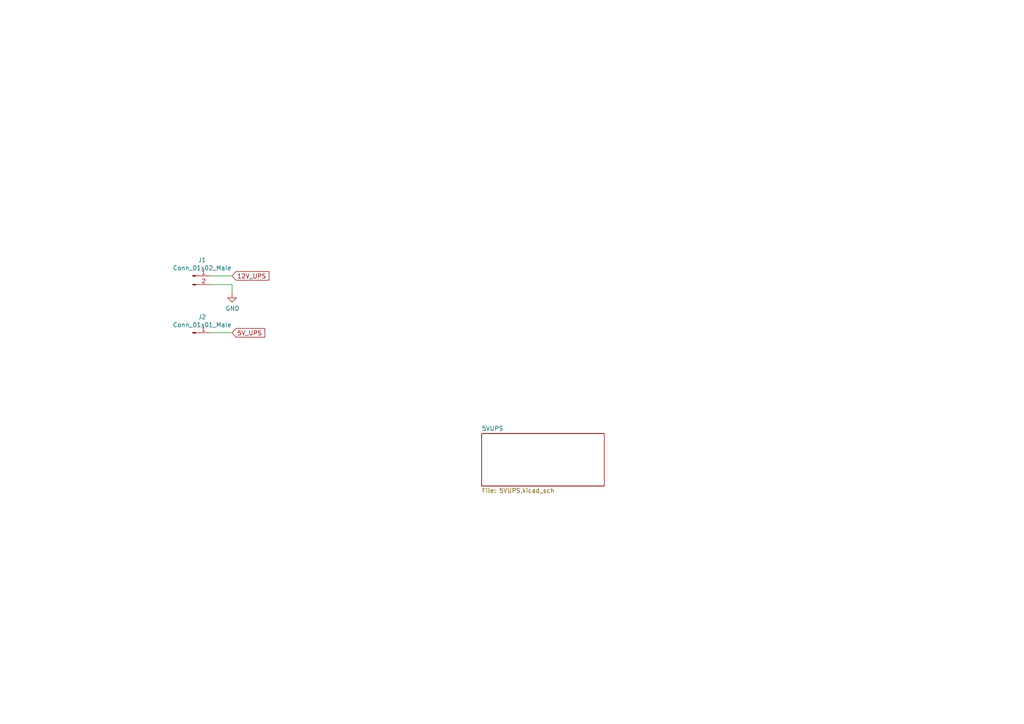
<source format=kicad_sch>
(kicad_sch (version 20211123) (generator eeschema)
  (paper "A4")
  (lib_symbols
    (symbol "Connector:Conn_01x01_Male" (pin_names (offset 1.016) hide)
      (property "Reference" "J" (at 0 2.54 0))
      (property "Value" "Conn_01x01_Male" (at 0 -2.54 0))
      (symbol "Conn_01x01_Male_1_1"
        (polyline (pts (xy 1.27 0) (xy 0.8636 0)) (stroke (width 0.1524)))
        (rectangle (start 0.8636 0.127) (end 0 -0.127) (stroke (width 0.1524)) (fill (type outline)))
        (pin passive line (at 5.08 0 180) (length 3.81) (name "Pin_1") (number "1"))
      )
    )
    (symbol "Connector:Conn_01x02_Male" (pin_names (offset 1.016) hide)
      (property "Reference" "J" (at 0 2.54 0))
      (property "Value" "Conn_01x02_Male" (at 0 -5.08 0))
      (symbol "Conn_01x02_Male_1_1"
        (polyline (pts (xy 1.27 -2.54) (xy 0.8636 -2.54)) (stroke (width 0.1524)))
        (polyline (pts (xy 1.27 0) (xy 0.8636 0)) (stroke (width 0.1524)))
        (rectangle (start 0.8636 -2.413) (end 0 -2.667) (stroke (width 0.1524)) (fill (type outline)))
        (rectangle (start 0.8636 0.127) (end 0 -0.127) (stroke (width 0.1524)) (fill (type outline)))
        (pin passive line (at 5.08 0 180) (length 3.81) (name "Pin_1") (number "1"))
        (pin passive line (at 5.08 -2.54 180) (length 3.81) (name "Pin_2") (number "2"))
      )
    )
    (symbol "power:GND" (power) (pin_names (offset 0))
      (property "Value" "GND" (at 0 -3.81 0))
      (symbol "GND_0_1"
        (polyline (pts (xy 0 0) (xy 0 -1.27) (xy 1.27 -1.27) (xy 0 -2.54) (xy -1.27 -1.27) (xy 0 -1.27)))
      )
      (symbol "GND_1_1"
        (pin power_in line (at 0 0 270) (length 0) hide (name "GND") (number "1"))
      )
    )
  )
  (wire (pts (xy 60.96 96.52) (xy 67.31 96.52)))
  (wire (pts (xy 67.31 80.01) (xy 60.96 80.01)))
  (wire (pts (xy 67.31 82.55) (xy 67.31 85.09)))
  (wire (pts (xy 60.96 82.55) (xy 67.31 82.55)))
  (global_label "12V_UPS" (shape input) (at 67.31 80.01 0) (property "Intersheet References" "${INTERSHEET_REFS}" (effects hide)))
  (global_label "5V_UPS" (shape input) (at 67.31 96.52 0) (property "Intersheet References" "${INTERSHEET_REFS}" (effects hide)))
  (symbol (lib_id "Connector:Conn_01x02_Male") (at 55.88 80.01 0) (unit 1)
    (property "Reference" "J1" (at 58.6232 75.4126 0))
    (property "Value" "Conn_01x02_Male" (at 58.6232 77.724 0))
    (property "Footprint" "Pin_Headers:Pin_Header_Straight_1x02_Pitch2.54mm" (effects hide))
  )
  (symbol (lib_id "power:GND") (at 67.31 85.09 0) (unit 1)
    (property "Reference" "#PWR01" (effects hide))
    (property "Value" "GND" (at 67.437 89.4842 0))
  )
  (symbol (lib_id "Connector:Conn_01x01_Male") (at 55.88 96.52 0) (unit 1)
    (property "Reference" "J2" (at 58.6232 91.9226 0))
    (property "Value" "Conn_01x01_Male" (at 58.6232 94.234 0))
    (property "Footprint" "Pin_Headers:Pin_Header_Straight_1x01_Pitch2.54mm" (effects hide))
  )
  (sheet (at 139.7 125.73) (size 35.56 15.24) (stroke (width 0.1524))
    (property "Sheet name" "5VUPS" (at 139.7 125.0184 0) (effects (justify left bottom)))
    (property "Sheet file" "5VUPS.kicad_sch" (at 139.7 141.5546 0) (effects (justify left top)))
  )
)
</source>
